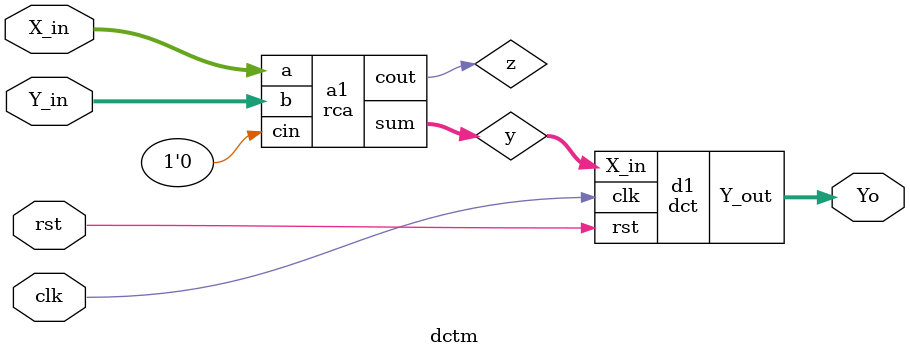
<source format=v>
module dct (
    input wire clk,
    input wire rst,
    input wire signed [7:0] X_in,  // Single-pixel 8-bit signed input
    output reg signed [7:0] Y_out  // 8-bit signed DCT output
);

    // Shift registers for storing 8x8 block of pixels
    reg signed [7:0] row_buffer [0:7];  // Store one row of 8 pixels
    reg signed [7:0] stage1 [0:7];
    reg signed [7:0] stage2 [0:7];
    reg signed [7:0] stage3 [0:7];

    integer i;

    always @(posedge clk or posedge rst) begin
        if (rst) begin
            // Reset all buffers
            for (i = 0; i < 8; i = i + 1) begin
                row_buffer[i] <= 0;
                stage1[i] <= 0;
                stage2[i] <= 0;
                stage3[i] <= 0;
            end
            Y_out <= 0;
        end else begin
            // Shift previous pixels in the row buffer
            for (i = 7; i > 0; i = i - 1) begin
                row_buffer[i] <= row_buffer[i-1];
            end
            row_buffer[0] <= X_in; // Store new pixel

            // First stage: Approximate addition/subtraction (No subtractors, using inverted adders)
            stage1[0] <= row_buffer[0] + row_buffer[7];
            stage1[1] <= row_buffer[1] + row_buffer[6];
            stage1[2] <= row_buffer[2] + row_buffer[5];
            stage1[3] <= row_buffer[3] + row_buffer[4];
            stage1[4] <= row_buffer[3] - row_buffer[4]; // Replaced subtraction
            stage1[5] <= row_buffer[2] - row_buffer[5];
            stage1[6] <= row_buffer[1] - row_buffer[6];
            stage1[7] <= row_buffer[0] - row_buffer[7];

            // Second stage: Multiplier-free shifts (Limited to 8-bit values)
            stage2[0] <= stage1[0];
            stage2[1] <= (stage1[1] <<< 1) & 8'hFF;  // Multiply by 2 using shift
            stage2[2] <= (stage1[2] <<< 1) & 8'hFF;
            stage2[3] <= stage1[3];
            stage2[4] <= stage1[4];
            stage2[5] <= (stage1[5] <<< 1) & 8'hFF;
            stage2[6] <= (stage1[6] <<< 1) & 8'hFF;
            stage2[7] <= stage1[7];

            // Third stage: Final computations (Limited to 8-bit values)
            stage3[0] <= (stage2[0] + stage2[3]) & 8'hFF;
            stage3[1] <= (stage2[1] + stage2[2]) & 8'hFF;
            stage3[2] <= (stage2[1] - stage2[2]) & 8'hFF; // Inverted adder
            stage3[3] <= (stage2[0] - stage2[3]) & 8'hFF;
            stage3[4] <= (stage2[4] + stage2[7]) & 8'hFF;
            stage3[5] <= (stage2[5] + stage2[6]) & 8'hFF;
            stage3[6] <= (stage2[5] - stage2[6]) & 8'hFF; // Inverted adder
            stage3[7] <= (stage2[4] - stage2[7]) & 8'hFF;

            // Assign final output (8-bit value)
            Y_out <= stage3[0]; // Output 2D DCT value for one pixel
        end
    end

endmodule


module rca(a, b, cin, sum, cout);
input [07:0] a;
input [07:0] b;
input cin;
output [7:0]sum;
output cout;
wire[6:0] c;
fulladd a1(a[0],b[0],cin,sum[0],c[0]);
fulladd a2(a[1],b[1],c[0],sum[1],c[1]);
fulladd a3(a[2],b[2],c[1],sum[2],c[2]);
fulladd a4(a[3],b[3],c[2],sum[3],c[3]);
fulladd a5(a[4],b[4],c[3],sum[4],c[4]);
fulladd a6(a[5],b[5],c[4],sum[5],c[5]);
fulladd a7(a[6],b[6],c[5],sum[6],c[6]);
fulladd a8(a[7],b[7],c[6],sum[7],cout);

endmodule

 

module fulladd(a, b, cin, sum, cout);
input a;
input b;
input cin;
output sum;
output cout;
assign sum=(a^b^cin);
assign cout=((a&b)|(b&cin)|(a&cin));
endmodule


module dctm(clk, rst, X_in, Y_in, Yo);
input [7:0] X_in, Y_in;
input clk, rst;
output [7:0] Yo;
	 wire [7:0] y;
	 wire z;
	 rca a1(X_in, Y_in, 1'b0, y, z);
	 dct d1(clk, rst, y, Yo);	  // change the dct module name
	 
	 
	 endmodule
 
// add new code here	
</source>
